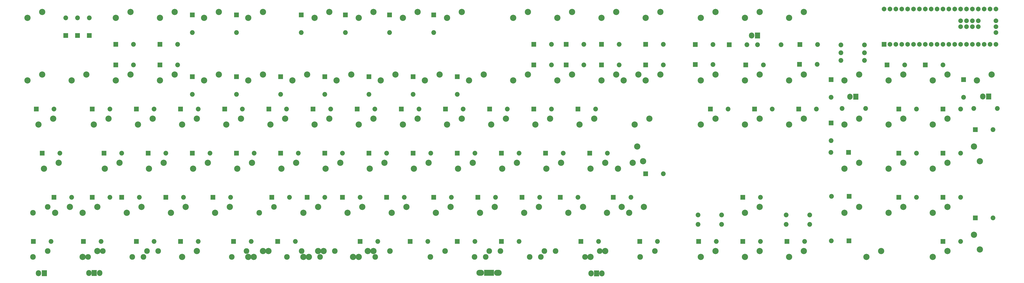
<source format=gbr>
G04 #@! TF.FileFunction,Soldermask,Bot*
%FSLAX46Y46*%
G04 Gerber Fmt 4.6, Leading zero omitted, Abs format (unit mm)*
G04 Created by KiCad (PCBNEW 4.0.5+dfsg1-4) date Tue Aug 15 23:30:36 2017*
%MOMM*%
%LPD*%
G01*
G04 APERTURE LIST*
%ADD10C,0.100000*%
%ADD11O,2.305000X2.559000*%
%ADD12R,2.305000X2.559000*%
%ADD13O,3.305000X2.559000*%
%ADD14R,4.305000X2.559000*%
%ADD15C,2.686000*%
%ADD16C,2.432000*%
%ADD17C,2.051000*%
%ADD18R,2.051000X2.051000*%
%ADD19C,2.000000*%
%ADD20R,2.000000X2.000000*%
G04 APERTURE END LIST*
D10*
D11*
X334030000Y-30450000D03*
D12*
X336570000Y-30450000D03*
D11*
X376430000Y-56900000D03*
D12*
X378970000Y-56900000D03*
D11*
X433730000Y-56850000D03*
D12*
X436270000Y-56850000D03*
D11*
X269440000Y-133150000D03*
X264760000Y-133150000D03*
D12*
X267100000Y-133150000D03*
D13*
X224560000Y-132950000D03*
X216940000Y-132950000D03*
D14*
X220750000Y-132950000D03*
D11*
X52740000Y-133050000D03*
X48060000Y-133050000D03*
D12*
X50400000Y-133050000D03*
D11*
X26330000Y-133100000D03*
D12*
X28870000Y-133100000D03*
D15*
X285115000Y-47307500D03*
X278765000Y-49847500D03*
X294640000Y-47307500D03*
X288290000Y-49847500D03*
X275590000Y-47307500D03*
X269240000Y-49847500D03*
X287496000Y-104458000D03*
X281146000Y-106998000D03*
X277955000Y-104458000D03*
X271605000Y-106998000D03*
X282735000Y-85407500D03*
X276385000Y-87947500D03*
X284655000Y-78422500D03*
X287195000Y-84772500D03*
X270828000Y-85407500D03*
X264478000Y-87947500D03*
X123190000Y-123508000D03*
X116840000Y-126048000D03*
D16*
X225596000Y-123508000D03*
X219246000Y-126048000D03*
X220821000Y-123508000D03*
X214471000Y-126048000D03*
D15*
X270828000Y-123508000D03*
X264478000Y-126048000D03*
D16*
X268446000Y-123508000D03*
X262096000Y-126048000D03*
X249396000Y-123508000D03*
X243046000Y-126048000D03*
X244634000Y-123508000D03*
X238284000Y-126048000D03*
D15*
X168434000Y-123508000D03*
X162084000Y-126048000D03*
X170812000Y-123508000D03*
X164462000Y-126048000D03*
D16*
X177965000Y-123508000D03*
X171615000Y-126048000D03*
X154146000Y-123508000D03*
X147796000Y-126048000D03*
D15*
X147002000Y-123508000D03*
X140652000Y-126048000D03*
D16*
X139827000Y-123508000D03*
X133477000Y-126048000D03*
X116027000Y-123508000D03*
X109677000Y-126048000D03*
D15*
X149384000Y-123508000D03*
X143034000Y-126048000D03*
X125555000Y-123508000D03*
X119205000Y-126048000D03*
X51736600Y-104458000D03*
X45386600Y-106998000D03*
X39847800Y-104458000D03*
X33497800Y-106998000D03*
D16*
X30305400Y-104458000D03*
X23955400Y-106998000D03*
X77946200Y-123508000D03*
X71596200Y-126048000D03*
X73183800Y-123508000D03*
X66833800Y-126048000D03*
X54133800Y-123508000D03*
X47783800Y-126048000D03*
D15*
X51752500Y-123508000D03*
X45402500Y-126048000D03*
D17*
X247650000Y-34290000D03*
D18*
X240030000Y-34290000D03*
D17*
X261620000Y-34290000D03*
D18*
X254000000Y-34290000D03*
D17*
X276860000Y-34290000D03*
D18*
X269240000Y-34290000D03*
D17*
X295910000Y-34290000D03*
D18*
X288290000Y-34290000D03*
D17*
X317310000Y-34350000D03*
D18*
X309690000Y-34350000D03*
D17*
X331960000Y-34500000D03*
D18*
X324340000Y-34500000D03*
D17*
X362410000Y-34400000D03*
D18*
X354790000Y-34400000D03*
D17*
X38100000Y-22860000D03*
D18*
X38100000Y-30480000D03*
D17*
X207010000Y-55880000D03*
D18*
X207010000Y-48260000D03*
D17*
X247650000Y-43180000D03*
D18*
X240030000Y-43180000D03*
D17*
X261620000Y-43180000D03*
D18*
X254000000Y-43180000D03*
D17*
X276860000Y-43180000D03*
D18*
X269240000Y-43180000D03*
D17*
X295910000Y-43180000D03*
D18*
X288290000Y-43180000D03*
D17*
X317360000Y-43050000D03*
D18*
X309740000Y-43050000D03*
D17*
X339090000Y-43180000D03*
D18*
X331470000Y-43180000D03*
D17*
X362260000Y-42900000D03*
D18*
X354640000Y-42900000D03*
D17*
X368300000Y-57160000D03*
D18*
X368300000Y-49540000D03*
D17*
X400050000Y-43180000D03*
D18*
X392430000Y-43180000D03*
D17*
X416560000Y-43180000D03*
D18*
X408940000Y-43180000D03*
D17*
X425450000Y-57150000D03*
D18*
X425450000Y-49530000D03*
D17*
X228600000Y-62230000D03*
D18*
X220980000Y-62230000D03*
D17*
X247650000Y-62230000D03*
D18*
X240030000Y-62230000D03*
D17*
X266700000Y-62230000D03*
D18*
X259080000Y-62230000D03*
D17*
X323850000Y-62230000D03*
D18*
X316230000Y-62230000D03*
D17*
X342900000Y-62230000D03*
D18*
X335280000Y-62230000D03*
D17*
X361950000Y-62230000D03*
D18*
X354330000Y-62230000D03*
D17*
X368300000Y-75910000D03*
D18*
X368300000Y-68290000D03*
D17*
X405130000Y-62230000D03*
D18*
X397510000Y-62230000D03*
D17*
X424180000Y-62230000D03*
D18*
X416560000Y-62230000D03*
D17*
X233680000Y-81280000D03*
D18*
X226060000Y-81280000D03*
D17*
X252730000Y-81280000D03*
D18*
X245110000Y-81280000D03*
D17*
X271780000Y-81280000D03*
D18*
X264160000Y-81280000D03*
D17*
X295910000Y-90170000D03*
D18*
X288290000Y-90170000D03*
D17*
X368240000Y-80950000D03*
D18*
X375860000Y-80950000D03*
D17*
X405130000Y-81280000D03*
D18*
X397510000Y-81280000D03*
D17*
X424180000Y-81280000D03*
D18*
X416560000Y-81280000D03*
D17*
X438150000Y-71120000D03*
D18*
X430530000Y-71120000D03*
D17*
X223520000Y-100330000D03*
D18*
X215900000Y-100330000D03*
D17*
X242570000Y-100330000D03*
D18*
X234950000Y-100330000D03*
D17*
X259080000Y-100330000D03*
D18*
X251460000Y-100330000D03*
D17*
X281940000Y-100330000D03*
D18*
X274320000Y-100330000D03*
D17*
X337820000Y-100330000D03*
D18*
X330200000Y-100330000D03*
D17*
X368490000Y-99900000D03*
D18*
X376110000Y-99900000D03*
D17*
X405130000Y-100330000D03*
D18*
X397510000Y-100330000D03*
D17*
X424180000Y-100330000D03*
D18*
X416560000Y-100330000D03*
D17*
X233680000Y-119380000D03*
D18*
X226060000Y-119380000D03*
D17*
X267970000Y-119380000D03*
D18*
X260350000Y-119380000D03*
D17*
X293370000Y-119380000D03*
D18*
X285750000Y-119380000D03*
D17*
X318770000Y-119380000D03*
D18*
X311150000Y-119380000D03*
D17*
X337820000Y-119380000D03*
D18*
X330200000Y-119380000D03*
D17*
X356870000Y-119380000D03*
D18*
X349250000Y-119380000D03*
D17*
X368340000Y-119150000D03*
D18*
X375960000Y-119150000D03*
D17*
X424180000Y-119380000D03*
D18*
X416560000Y-119380000D03*
D17*
X438150000Y-109220000D03*
D18*
X430530000Y-109220000D03*
D17*
X67310000Y-34290000D03*
D18*
X59690000Y-34290000D03*
D17*
X86360000Y-34290000D03*
D18*
X78740000Y-34290000D03*
D17*
X92710000Y-29210000D03*
D18*
X92710000Y-21590000D03*
D17*
X111760000Y-29210000D03*
D18*
X111760000Y-21590000D03*
D17*
X139700000Y-29210000D03*
D18*
X139700000Y-21590000D03*
D17*
X158750000Y-29210000D03*
D18*
X158750000Y-21590000D03*
D17*
X177800000Y-29210000D03*
D18*
X177800000Y-21590000D03*
D17*
X196850000Y-29210000D03*
D18*
X196850000Y-21590000D03*
D17*
X43180000Y-22860000D03*
D18*
X43180000Y-30480000D03*
D17*
X48260000Y-22860000D03*
D18*
X48260000Y-30480000D03*
D17*
X67310000Y-43180000D03*
D18*
X59690000Y-43180000D03*
D17*
X86360000Y-43180000D03*
D18*
X78740000Y-43180000D03*
D17*
X92710000Y-55880000D03*
D18*
X92710000Y-48260000D03*
D17*
X111760000Y-55880000D03*
D18*
X111760000Y-48260000D03*
D17*
X130810000Y-55880000D03*
D18*
X130810000Y-48260000D03*
D17*
X149860000Y-55880000D03*
D18*
X149860000Y-48260000D03*
D17*
X168910000Y-55880000D03*
D18*
X168910000Y-48260000D03*
D17*
X187960000Y-55880000D03*
D18*
X187960000Y-48260000D03*
D17*
X33020000Y-62230000D03*
D18*
X25400000Y-62230000D03*
D17*
X57150000Y-62230000D03*
D18*
X49530000Y-62230000D03*
D17*
X76200000Y-62230000D03*
D18*
X68580000Y-62230000D03*
D17*
X95250000Y-62230000D03*
D18*
X87630000Y-62230000D03*
D17*
X114300000Y-62230000D03*
D18*
X106680000Y-62230000D03*
D17*
X133350000Y-62230000D03*
D18*
X125730000Y-62230000D03*
D17*
X152400000Y-62230000D03*
D18*
X144780000Y-62230000D03*
D17*
X171450000Y-62230000D03*
D18*
X163830000Y-62230000D03*
D17*
X190500000Y-62230000D03*
D18*
X182880000Y-62230000D03*
D17*
X209550000Y-62230000D03*
D18*
X201930000Y-62230000D03*
D17*
X35560000Y-81280000D03*
D18*
X27940000Y-81280000D03*
D17*
X62230000Y-81280000D03*
D18*
X54610000Y-81280000D03*
D17*
X81280000Y-81280000D03*
D18*
X73660000Y-81280000D03*
D17*
X100330000Y-81280000D03*
D18*
X92710000Y-81280000D03*
D17*
X119380000Y-81280000D03*
D18*
X111760000Y-81280000D03*
D17*
X138430000Y-81280000D03*
D18*
X130810000Y-81280000D03*
D17*
X157480000Y-81280000D03*
D18*
X149860000Y-81280000D03*
D17*
X176530000Y-81280000D03*
D18*
X168910000Y-81280000D03*
D17*
X195580000Y-81280000D03*
D18*
X187960000Y-81280000D03*
D17*
X214630000Y-81280000D03*
D18*
X207010000Y-81280000D03*
D17*
X40640000Y-100330000D03*
D18*
X33020000Y-100330000D03*
D17*
X57150000Y-100330000D03*
D18*
X49530000Y-100330000D03*
D17*
X69850000Y-100330000D03*
D18*
X62230000Y-100330000D03*
D17*
X88900000Y-100330000D03*
D18*
X81280000Y-100330000D03*
D17*
X109220000Y-100330000D03*
D18*
X101600000Y-100330000D03*
D17*
X134620000Y-100330000D03*
D18*
X127000000Y-100330000D03*
D17*
X149860000Y-100330000D03*
D18*
X142240000Y-100330000D03*
D17*
X165100000Y-100330000D03*
D18*
X157480000Y-100330000D03*
D17*
X184150000Y-100330000D03*
D18*
X176530000Y-100330000D03*
D17*
X204470000Y-100330000D03*
D18*
X196850000Y-100330000D03*
D17*
X31750000Y-119380000D03*
D18*
X24130000Y-119380000D03*
D17*
X53340000Y-119380000D03*
D18*
X45720000Y-119380000D03*
D17*
X76200000Y-119380000D03*
D18*
X68580000Y-119380000D03*
D17*
X95250000Y-119380000D03*
D18*
X87630000Y-119380000D03*
D17*
X118110000Y-119380000D03*
D18*
X110490000Y-119380000D03*
D17*
X137160000Y-119380000D03*
D18*
X129540000Y-119380000D03*
D17*
X172720000Y-119380000D03*
D18*
X165100000Y-119380000D03*
D17*
X194310000Y-119380000D03*
D18*
X186690000Y-119380000D03*
D17*
X214630000Y-119380000D03*
D18*
X207010000Y-119380000D03*
D15*
X237490000Y-20320000D03*
X231140000Y-22860000D03*
X256540000Y-20320000D03*
X250190000Y-22860000D03*
X275590000Y-20320000D03*
X269240000Y-22860000D03*
X294640000Y-20320000D03*
X288290000Y-22860000D03*
X318452000Y-20320000D03*
X312102000Y-22860000D03*
X337502000Y-20320000D03*
X331152000Y-22860000D03*
X356552000Y-20320000D03*
X350202000Y-22860000D03*
X27940000Y-20320000D03*
X21590000Y-22860000D03*
X218440000Y-47307500D03*
X212090000Y-49847500D03*
X237490000Y-47307500D03*
X231140000Y-49847500D03*
X256540000Y-47307500D03*
X250190000Y-49847500D03*
X318452000Y-47307500D03*
X312102000Y-49847500D03*
X337502000Y-47307500D03*
X331152000Y-49847500D03*
X356552000Y-47307500D03*
X350202000Y-49847500D03*
X380365000Y-47307500D03*
X374015000Y-49847500D03*
X399415000Y-47307500D03*
X393065000Y-49847500D03*
X418465000Y-47307500D03*
X412115000Y-49847500D03*
X437515000Y-47307500D03*
X431165000Y-49847500D03*
X227965000Y-66357500D03*
X221615000Y-68897500D03*
X247015000Y-66357500D03*
X240665000Y-68897500D03*
X266065000Y-66357500D03*
X259715000Y-68897500D03*
X318452000Y-66357500D03*
X312102000Y-68897500D03*
X337502000Y-66357500D03*
X331152000Y-68897500D03*
X356552000Y-66357500D03*
X350202000Y-68897500D03*
X380365000Y-66357500D03*
X374015000Y-68897500D03*
X399415000Y-66357500D03*
X393065000Y-68897500D03*
X418465000Y-66357500D03*
X412115000Y-68897500D03*
X232728000Y-85407500D03*
X226378000Y-87947500D03*
X251778000Y-85407500D03*
X245428000Y-87947500D03*
X289878000Y-66357500D03*
X283528000Y-68897500D03*
X380365000Y-85407500D03*
X374015000Y-87947500D03*
X399415000Y-85407500D03*
X393065000Y-87947500D03*
X418465000Y-85407500D03*
X412115000Y-87947500D03*
X429895000Y-78422500D03*
X432435000Y-84772500D03*
X223202000Y-104458000D03*
X216852000Y-106998000D03*
X242252000Y-104458000D03*
X235902000Y-106998000D03*
X261302000Y-104458000D03*
X254952000Y-106998000D03*
X337502000Y-104458000D03*
X331152000Y-106998000D03*
X380365000Y-104458000D03*
X374015000Y-106998000D03*
X399415000Y-104458000D03*
X393065000Y-106998000D03*
X418465000Y-104458000D03*
X412115000Y-106998000D03*
D16*
X292249000Y-123508000D03*
X285899000Y-126048000D03*
D15*
X318452000Y-123508000D03*
X312102000Y-126048000D03*
X337502000Y-123508000D03*
X331152000Y-126048000D03*
X356552000Y-123508000D03*
X350202000Y-126048000D03*
X389890000Y-123508000D03*
X383540000Y-126048000D03*
X418465000Y-123508000D03*
X412115000Y-126048000D03*
X429895000Y-116522000D03*
X432435000Y-122872000D03*
X66040000Y-20320000D03*
X59690000Y-22860000D03*
X85090000Y-20320000D03*
X78740000Y-22860000D03*
X104140000Y-20320000D03*
X97790000Y-22860000D03*
X123190000Y-20320000D03*
X116840000Y-22860000D03*
X151765000Y-20320000D03*
X145415000Y-22860000D03*
X170815000Y-20320000D03*
X164465000Y-22860000D03*
X189865000Y-20320000D03*
X183515000Y-22860000D03*
X208915000Y-20320000D03*
X202565000Y-22860000D03*
X27940000Y-47307500D03*
X21590000Y-49847500D03*
X46990000Y-47307500D03*
X40640000Y-49847500D03*
X66040000Y-47307500D03*
X59690000Y-49847500D03*
X85090000Y-47307500D03*
X78740000Y-49847500D03*
X104140000Y-47307500D03*
X97790000Y-49847500D03*
X123190000Y-47307500D03*
X116840000Y-49847500D03*
X142240000Y-47307500D03*
X135890000Y-49847500D03*
X161290000Y-47307500D03*
X154940000Y-49847500D03*
X180340000Y-47307500D03*
X173990000Y-49847500D03*
X199390000Y-47307500D03*
X193040000Y-49847500D03*
X32702500Y-66357500D03*
X26352500Y-68897500D03*
X56515000Y-66357500D03*
X50165000Y-68897500D03*
X75565000Y-66357500D03*
X69215000Y-68897500D03*
X94615000Y-66357500D03*
X88265000Y-68897500D03*
X113665000Y-66357500D03*
X107315000Y-68897500D03*
X132715000Y-66357500D03*
X126365000Y-68897500D03*
X151765000Y-66357500D03*
X145415000Y-68897500D03*
X170815000Y-66357500D03*
X164465000Y-68897500D03*
X189865000Y-66357500D03*
X183515000Y-68897500D03*
X208915000Y-66357500D03*
X202565000Y-68897500D03*
X35084700Y-85407500D03*
X28734700Y-87947500D03*
X61277500Y-85407500D03*
X54927500Y-87947500D03*
X80327500Y-85407500D03*
X73977500Y-87947500D03*
X99377500Y-85407500D03*
X93027500Y-87947500D03*
X118428000Y-85407500D03*
X112078000Y-87947500D03*
X137478000Y-85407500D03*
X131128000Y-87947500D03*
X156528000Y-85407500D03*
X150178000Y-87947500D03*
X175578000Y-85407500D03*
X169228000Y-87947500D03*
X194628000Y-85407500D03*
X188278000Y-87947500D03*
X213678000Y-85407500D03*
X207328000Y-87947500D03*
X70802500Y-104458000D03*
X64452500Y-106998000D03*
X89852500Y-104458000D03*
X83502500Y-106998000D03*
X108902000Y-104458000D03*
X102552000Y-106998000D03*
D16*
X127952000Y-104458000D03*
X121602000Y-106998000D03*
D15*
X147002000Y-104458000D03*
X140652000Y-106998000D03*
X166052000Y-104458000D03*
X159702000Y-106998000D03*
X185102000Y-104458000D03*
X178752000Y-106998000D03*
X204152000Y-104458000D03*
X197802000Y-106998000D03*
D16*
X30322800Y-123508000D03*
X23972800Y-126048000D03*
D15*
X94615000Y-123508000D03*
X88265000Y-126048000D03*
D16*
X201769000Y-123508000D03*
X195419000Y-126048000D03*
D19*
X411480000Y-34290000D03*
X414020000Y-34290000D03*
X416560000Y-34290000D03*
X408940000Y-34290000D03*
X406400000Y-34290000D03*
X403860000Y-34290000D03*
X401320000Y-34290000D03*
X398780000Y-34290000D03*
X396240000Y-34290000D03*
X393700000Y-34290000D03*
D20*
X391160000Y-34290000D03*
D19*
X419100000Y-34290000D03*
X421640000Y-34290000D03*
X424180000Y-34290000D03*
X426720000Y-34290000D03*
X429260000Y-34290000D03*
X431800000Y-34290000D03*
X434340000Y-34290000D03*
X436880000Y-34290000D03*
X439420000Y-34290000D03*
X439420000Y-29210000D03*
X439420000Y-26670000D03*
X439420000Y-24130000D03*
X439420000Y-19050000D03*
X436880000Y-19050000D03*
X434340000Y-19050000D03*
X431800000Y-19050000D03*
X429260000Y-19050000D03*
X426720000Y-19050000D03*
X424180000Y-19050000D03*
X421640000Y-19050000D03*
X419100000Y-19050000D03*
X416560000Y-19050000D03*
X414020000Y-19050000D03*
X411480000Y-19050000D03*
X408940000Y-19050000D03*
X406400000Y-19050000D03*
X403860000Y-19050000D03*
X401320000Y-19050000D03*
X398780000Y-19050000D03*
X396240000Y-19050000D03*
X393700000Y-19050000D03*
X391160000Y-19050000D03*
X424180000Y-24130000D03*
X426720000Y-24130000D03*
X429260000Y-24130000D03*
X431800000Y-24130000D03*
X424180000Y-26670000D03*
X426720000Y-26670000D03*
X429260000Y-26670000D03*
X431800000Y-26670000D03*
D17*
X346680000Y-34500000D03*
X336520000Y-34500000D03*
X372500000Y-34560000D03*
X382660000Y-34560000D03*
X373070000Y-61950000D03*
X383230000Y-61950000D03*
X429820000Y-62000000D03*
X439980000Y-62000000D03*
X372500000Y-37940000D03*
X382660000Y-37940000D03*
X372500000Y-41250000D03*
X382660000Y-41250000D03*
X321080000Y-112000000D03*
X310920000Y-112000000D03*
X321080000Y-108000000D03*
X310920000Y-108000000D03*
X359080000Y-108000000D03*
X348920000Y-108000000D03*
X348920000Y-112000000D03*
X359080000Y-112000000D03*
M02*

</source>
